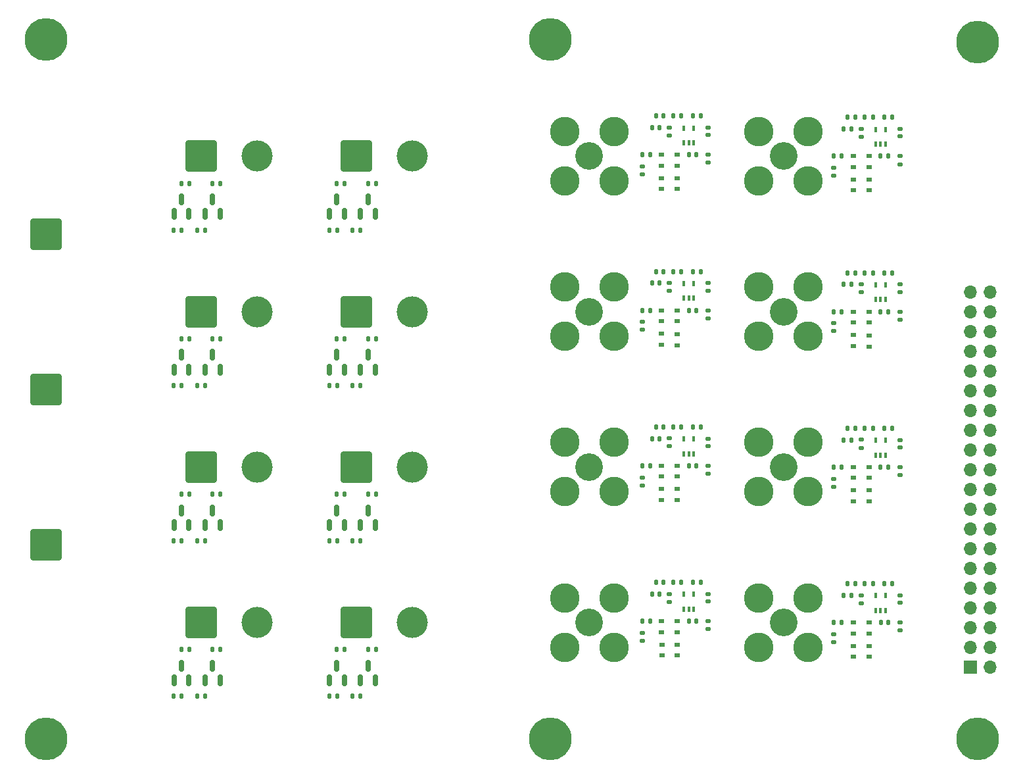
<source format=gbr>
%TF.GenerationSoftware,KiCad,Pcbnew,6.0.0-d3dd2cf0fa~116~ubuntu21.10.1*%
%TF.CreationDate,2022-01-19T11:26:26+00:00*%
%TF.ProjectId,latbox_cycloneV,6c617462-6f78-45f6-9379-636c6f6e6556,rev?*%
%TF.SameCoordinates,Original*%
%TF.FileFunction,Soldermask,Top*%
%TF.FilePolarity,Negative*%
%FSLAX46Y46*%
G04 Gerber Fmt 4.6, Leading zero omitted, Abs format (unit mm)*
G04 Created by KiCad (PCBNEW 6.0.0-d3dd2cf0fa~116~ubuntu21.10.1) date 2022-01-19 11:26:26*
%MOMM*%
%LPD*%
G01*
G04 APERTURE LIST*
G04 Aperture macros list*
%AMRoundRect*
0 Rectangle with rounded corners*
0 $1 Rounding radius*
0 $2 $3 $4 $5 $6 $7 $8 $9 X,Y pos of 4 corners*
0 Add a 4 corners polygon primitive as box body*
4,1,4,$2,$3,$4,$5,$6,$7,$8,$9,$2,$3,0*
0 Add four circle primitives for the rounded corners*
1,1,$1+$1,$2,$3*
1,1,$1+$1,$4,$5*
1,1,$1+$1,$6,$7*
1,1,$1+$1,$8,$9*
0 Add four rect primitives between the rounded corners*
20,1,$1+$1,$2,$3,$4,$5,0*
20,1,$1+$1,$4,$5,$6,$7,0*
20,1,$1+$1,$6,$7,$8,$9,0*
20,1,$1+$1,$8,$9,$2,$3,0*%
G04 Aperture macros list end*
%ADD10C,5.500000*%
%ADD11R,0.700000X0.600000*%
%ADD12RoundRect,0.135000X-0.135000X-0.185000X0.135000X-0.185000X0.135000X0.185000X-0.135000X0.185000X0*%
%ADD13RoundRect,0.250000X-1.750000X-1.750000X1.750000X-1.750000X1.750000X1.750000X-1.750000X1.750000X0*%
%ADD14C,4.000000*%
%ADD15R,0.400000X0.650000*%
%ADD16RoundRect,0.135000X0.135000X0.185000X-0.135000X0.185000X-0.135000X-0.185000X0.135000X-0.185000X0*%
%ADD17RoundRect,0.140000X-0.140000X-0.170000X0.140000X-0.170000X0.140000X0.170000X-0.140000X0.170000X0*%
%ADD18RoundRect,0.135000X0.185000X-0.135000X0.185000X0.135000X-0.185000X0.135000X-0.185000X-0.135000X0*%
%ADD19RoundRect,0.150000X0.150000X-0.587500X0.150000X0.587500X-0.150000X0.587500X-0.150000X-0.587500X0*%
%ADD20RoundRect,0.135000X-0.185000X0.135000X-0.185000X-0.135000X0.185000X-0.135000X0.185000X0.135000X0*%
%ADD21RoundRect,0.140000X0.170000X-0.140000X0.170000X0.140000X-0.170000X0.140000X-0.170000X-0.140000X0*%
%ADD22C,3.556000*%
%ADD23C,3.810000*%
%ADD24R,1.700000X1.700000*%
%ADD25O,1.700000X1.700000*%
G04 APERTURE END LIST*
D10*
%TO.C,H101*%
X55000000Y-55000000D03*
%TD*%
D11*
%TO.C,D301*%
X136335000Y-71225000D03*
X136335000Y-69825000D03*
%TD*%
D12*
%TO.C,R409*%
X74480000Y-79500000D03*
X75500000Y-79500000D03*
%TD*%
D13*
%TO.C,J406*%
X95000000Y-110000000D03*
D14*
X102200000Y-110000000D03*
%TD*%
D15*
%TO.C,U303*%
X137175000Y-108275000D03*
X137825000Y-108275000D03*
X138475000Y-108275000D03*
X138475000Y-106375000D03*
X137175000Y-106375000D03*
%TD*%
D16*
%TO.C,R417*%
X72520000Y-119500000D03*
X71500000Y-119500000D03*
%TD*%
D13*
%TO.C,J402*%
X95000000Y-70000000D03*
D14*
X102200000Y-70000000D03*
%TD*%
D17*
%TO.C,C203*%
X157770000Y-106500000D03*
X158730000Y-106500000D03*
%TD*%
D11*
%TO.C,D303*%
X136325000Y-91225000D03*
X136325000Y-89825000D03*
%TD*%
D16*
%TO.C,R432*%
X97510000Y-133500000D03*
X96490000Y-133500000D03*
%TD*%
D11*
%TO.C,D202*%
X161000000Y-74400000D03*
X161000000Y-73000000D03*
%TD*%
D15*
%TO.C,U304*%
X137175000Y-128275000D03*
X137825000Y-128275000D03*
X138475000Y-128275000D03*
X138475000Y-126375000D03*
X137175000Y-126375000D03*
%TD*%
D18*
%TO.C,R314*%
X140325000Y-110845000D03*
X140325000Y-109825000D03*
%TD*%
%TO.C,R213*%
X160000000Y-107510000D03*
X160000000Y-106490000D03*
%TD*%
D16*
%TO.C,R222*%
X164020000Y-105000000D03*
X163000000Y-105000000D03*
%TD*%
D19*
%TO.C,Q401*%
X71550000Y-77437500D03*
X73450000Y-77437500D03*
X72500000Y-75562500D03*
%TD*%
%TO.C,Q402*%
X91550000Y-77437500D03*
X93450000Y-77437500D03*
X92500000Y-75562500D03*
%TD*%
D17*
%TO.C,C206*%
X158270000Y-85000000D03*
X159230000Y-85000000D03*
%TD*%
D13*
%TO.C,J407*%
X75000000Y-130000000D03*
D14*
X82200000Y-130000000D03*
%TD*%
D13*
%TO.C,J408*%
X95000000Y-130000000D03*
D14*
X102200000Y-130000000D03*
%TD*%
D12*
%TO.C,R413*%
X74480000Y-99500000D03*
X75500000Y-99500000D03*
%TD*%
D17*
%TO.C,C212*%
X162530000Y-130000000D03*
X163490000Y-130000000D03*
%TD*%
D19*
%TO.C,Q411*%
X71550000Y-137437500D03*
X73450000Y-137437500D03*
X72500000Y-135562500D03*
%TD*%
D18*
%TO.C,R211*%
X160000000Y-87510000D03*
X160000000Y-86490000D03*
%TD*%
D12*
%TO.C,R308*%
X131815000Y-129825000D03*
X132835000Y-129825000D03*
%TD*%
D16*
%TO.C,R406*%
X73510000Y-93500000D03*
X72490000Y-93500000D03*
%TD*%
%TO.C,R410*%
X77510000Y-73500000D03*
X76490000Y-73500000D03*
%TD*%
D17*
%TO.C,C309*%
X137825000Y-69825000D03*
X138785000Y-69825000D03*
%TD*%
D16*
%TO.C,R408*%
X93510000Y-93500000D03*
X92490000Y-93500000D03*
%TD*%
%TO.C,R320*%
X139345000Y-84825000D03*
X138325000Y-84825000D03*
%TD*%
D12*
%TO.C,R411*%
X94480000Y-79500000D03*
X95500000Y-79500000D03*
%TD*%
%TO.C,R307*%
X131825000Y-109825000D03*
X132845000Y-109825000D03*
%TD*%
D11*
%TO.C,D213*%
X159000000Y-110000000D03*
X159000000Y-111400000D03*
%TD*%
D12*
%TO.C,R206*%
X156490000Y-90000000D03*
X157510000Y-90000000D03*
%TD*%
D18*
%TO.C,R310*%
X140325000Y-70845000D03*
X140325000Y-69825000D03*
%TD*%
D11*
%TO.C,D304*%
X136325000Y-94325000D03*
X136325000Y-92925000D03*
%TD*%
D19*
%TO.C,Q412*%
X91550000Y-137437500D03*
X93450000Y-137437500D03*
X92500000Y-135562500D03*
%TD*%
D13*
%TO.C,J411*%
X55000000Y-80000000D03*
%TD*%
D11*
%TO.C,D313*%
X134325000Y-109825000D03*
X134325000Y-111225000D03*
%TD*%
D16*
%TO.C,R405*%
X72520000Y-99500000D03*
X71500000Y-99500000D03*
%TD*%
%TO.C,R322*%
X139345000Y-104825000D03*
X138325000Y-104825000D03*
%TD*%
D12*
%TO.C,R425*%
X74480000Y-119500000D03*
X75500000Y-119500000D03*
%TD*%
%TO.C,R207*%
X156500000Y-110000000D03*
X157520000Y-110000000D03*
%TD*%
D20*
%TO.C,R301*%
X131825000Y-71325000D03*
X131825000Y-72345000D03*
%TD*%
D11*
%TO.C,D212*%
X159000000Y-93000000D03*
X159000000Y-94400000D03*
%TD*%
%TO.C,D315*%
X134325000Y-129825000D03*
X134325000Y-131225000D03*
%TD*%
D16*
%TO.C,R317*%
X136835000Y-64825000D03*
X135815000Y-64825000D03*
%TD*%
D20*
%TO.C,R204*%
X156500000Y-131490000D03*
X156500000Y-132510000D03*
%TD*%
D21*
%TO.C,C214*%
X165000000Y-87460000D03*
X165000000Y-86500000D03*
%TD*%
D16*
%TO.C,R321*%
X136835000Y-104825000D03*
X135815000Y-104825000D03*
%TD*%
D17*
%TO.C,C302*%
X133095000Y-86325000D03*
X134055000Y-86325000D03*
%TD*%
D22*
%TO.C,J304*%
X125000000Y-130000000D03*
D23*
X121825000Y-133175000D03*
X121825000Y-126825000D03*
X128175000Y-133175000D03*
X128175000Y-126825000D03*
%TD*%
D11*
%TO.C,D204*%
X161000000Y-94500000D03*
X161000000Y-93100000D03*
%TD*%
D22*
%TO.C,J204*%
X150000000Y-130000000D03*
D23*
X153175000Y-126825000D03*
X153175000Y-133175000D03*
X146825000Y-126825000D03*
X146825000Y-133175000D03*
%TD*%
D17*
%TO.C,C306*%
X133595000Y-84825000D03*
X134555000Y-84825000D03*
%TD*%
D13*
%TO.C,J401*%
X75000000Y-70000000D03*
D14*
X82200000Y-70000000D03*
%TD*%
D11*
%TO.C,D308*%
X136335000Y-134225000D03*
X136335000Y-132825000D03*
%TD*%
D18*
%TO.C,R316*%
X140325000Y-130845000D03*
X140325000Y-129825000D03*
%TD*%
D16*
%TO.C,R430*%
X77510000Y-133500000D03*
X76490000Y-133500000D03*
%TD*%
%TO.C,R403*%
X92520000Y-79500000D03*
X91500000Y-79500000D03*
%TD*%
%TO.C,R414*%
X77510000Y-93500000D03*
X76490000Y-93500000D03*
%TD*%
D11*
%TO.C,D311*%
X134325000Y-89825000D03*
X134325000Y-91225000D03*
%TD*%
D16*
%TO.C,R319*%
X136835000Y-84825000D03*
X135815000Y-84825000D03*
%TD*%
D20*
%TO.C,R202*%
X156500000Y-91500000D03*
X156500000Y-92520000D03*
%TD*%
D21*
%TO.C,C313*%
X140325000Y-67285000D03*
X140325000Y-66325000D03*
%TD*%
D13*
%TO.C,J405*%
X75000000Y-110000000D03*
D14*
X82200000Y-110000000D03*
%TD*%
D17*
%TO.C,C210*%
X162500000Y-90000000D03*
X163460000Y-90000000D03*
%TD*%
D16*
%TO.C,R401*%
X72520000Y-79500000D03*
X71500000Y-79500000D03*
%TD*%
%TO.C,R424*%
X93510000Y-133500000D03*
X92490000Y-133500000D03*
%TD*%
D17*
%TO.C,C208*%
X158270000Y-125000000D03*
X159230000Y-125000000D03*
%TD*%
D16*
%TO.C,R218*%
X164020000Y-65000000D03*
X163000000Y-65000000D03*
%TD*%
D10*
%TO.C,H102*%
X175000000Y-55350000D03*
%TD*%
D17*
%TO.C,C207*%
X158270000Y-105000000D03*
X159230000Y-105000000D03*
%TD*%
D12*
%TO.C,R415*%
X94480000Y-99500000D03*
X95500000Y-99500000D03*
%TD*%
D16*
%TO.C,R420*%
X93510000Y-113500000D03*
X92490000Y-113500000D03*
%TD*%
D20*
%TO.C,R201*%
X156500000Y-71500000D03*
X156500000Y-72520000D03*
%TD*%
D18*
%TO.C,R309*%
X135325000Y-67335000D03*
X135325000Y-66315000D03*
%TD*%
D16*
%TO.C,R412*%
X97510000Y-73500000D03*
X96490000Y-73500000D03*
%TD*%
D20*
%TO.C,R303*%
X131825000Y-111325000D03*
X131825000Y-112345000D03*
%TD*%
D16*
%TO.C,R419*%
X92520000Y-119500000D03*
X91500000Y-119500000D03*
%TD*%
%TO.C,R402*%
X73510000Y-73500000D03*
X72490000Y-73500000D03*
%TD*%
D18*
%TO.C,R315*%
X135325000Y-127335000D03*
X135325000Y-126315000D03*
%TD*%
D16*
%TO.C,R324*%
X139345000Y-124825000D03*
X138325000Y-124825000D03*
%TD*%
D17*
%TO.C,C307*%
X133595000Y-104825000D03*
X134555000Y-104825000D03*
%TD*%
D22*
%TO.C,J301*%
X125000000Y-70000000D03*
D23*
X121825000Y-73175000D03*
X121825000Y-66825000D03*
X128175000Y-73175000D03*
X128175000Y-66825000D03*
%TD*%
D11*
%TO.C,D201*%
X161010000Y-71400000D03*
X161010000Y-70000000D03*
%TD*%
D16*
%TO.C,R219*%
X161510000Y-85000000D03*
X160490000Y-85000000D03*
%TD*%
%TO.C,R418*%
X73510000Y-113500000D03*
X72490000Y-113500000D03*
%TD*%
D12*
%TO.C,R306*%
X131815000Y-89825000D03*
X132835000Y-89825000D03*
%TD*%
D11*
%TO.C,D309*%
X134325000Y-69825000D03*
X134325000Y-71225000D03*
%TD*%
D12*
%TO.C,R205*%
X156500000Y-70000000D03*
X157520000Y-70000000D03*
%TD*%
D17*
%TO.C,C209*%
X162500000Y-70000000D03*
X163460000Y-70000000D03*
%TD*%
D11*
%TO.C,D211*%
X159000000Y-90000000D03*
X159000000Y-91400000D03*
%TD*%
D17*
%TO.C,C311*%
X137825000Y-109825000D03*
X138785000Y-109825000D03*
%TD*%
D19*
%TO.C,Q406*%
X95550000Y-77437500D03*
X97450000Y-77437500D03*
X96500000Y-75562500D03*
%TD*%
D18*
%TO.C,R312*%
X140325000Y-90845000D03*
X140325000Y-89825000D03*
%TD*%
D17*
%TO.C,C303*%
X133095000Y-106325000D03*
X134055000Y-106325000D03*
%TD*%
D16*
%TO.C,R407*%
X92520000Y-99500000D03*
X91500000Y-99500000D03*
%TD*%
D12*
%TO.C,R427*%
X94480000Y-119500000D03*
X95500000Y-119500000D03*
%TD*%
D13*
%TO.C,J403*%
X75000000Y-90000000D03*
D14*
X82200000Y-90000000D03*
%TD*%
D16*
%TO.C,R426*%
X77510000Y-113500000D03*
X76490000Y-113500000D03*
%TD*%
D11*
%TO.C,D216*%
X159010000Y-133000000D03*
X159010000Y-134400000D03*
%TD*%
%TO.C,D310*%
X134325000Y-72825000D03*
X134325000Y-74225000D03*
%TD*%
%TO.C,D206*%
X161010000Y-114400000D03*
X161010000Y-113000000D03*
%TD*%
D15*
%TO.C,U204*%
X161850000Y-128450000D03*
X162500000Y-128450000D03*
X163150000Y-128450000D03*
X163150000Y-126550000D03*
X161850000Y-126550000D03*
%TD*%
D12*
%TO.C,R431*%
X94480000Y-139500000D03*
X95500000Y-139500000D03*
%TD*%
D18*
%TO.C,R313*%
X135325000Y-107335000D03*
X135325000Y-106315000D03*
%TD*%
D21*
%TO.C,C314*%
X140325000Y-87285000D03*
X140325000Y-86325000D03*
%TD*%
D11*
%TO.C,D307*%
X136335000Y-131225000D03*
X136335000Y-129825000D03*
%TD*%
D13*
%TO.C,J410*%
X55000000Y-100000000D03*
%TD*%
D11*
%TO.C,D316*%
X134335000Y-132825000D03*
X134335000Y-134225000D03*
%TD*%
D20*
%TO.C,R304*%
X131825000Y-131315000D03*
X131825000Y-132335000D03*
%TD*%
D18*
%TO.C,R209*%
X160000000Y-67510000D03*
X160000000Y-66490000D03*
%TD*%
D17*
%TO.C,C301*%
X133095000Y-66325000D03*
X134055000Y-66325000D03*
%TD*%
D11*
%TO.C,D314*%
X134325000Y-112825000D03*
X134325000Y-114225000D03*
%TD*%
D16*
%TO.C,R421*%
X72520000Y-139500000D03*
X71500000Y-139500000D03*
%TD*%
D21*
%TO.C,C216*%
X165000000Y-127480000D03*
X165000000Y-126520000D03*
%TD*%
D16*
%TO.C,R221*%
X161510000Y-105000000D03*
X160490000Y-105000000D03*
%TD*%
D19*
%TO.C,Q404*%
X91550000Y-97437500D03*
X93450000Y-97437500D03*
X92500000Y-95562500D03*
%TD*%
D21*
%TO.C,C215*%
X165000000Y-107460000D03*
X165000000Y-106500000D03*
%TD*%
D22*
%TO.C,J202*%
X150000000Y-90000000D03*
D23*
X146825000Y-93175000D03*
X153175000Y-93175000D03*
X153175000Y-86825000D03*
X146825000Y-86825000D03*
%TD*%
D16*
%TO.C,R323*%
X136835000Y-124825000D03*
X135815000Y-124825000D03*
%TD*%
D19*
%TO.C,Q407*%
X75550000Y-97437500D03*
X77450000Y-97437500D03*
X76500000Y-95562500D03*
%TD*%
D24*
%TO.C,J101*%
X174110000Y-135750000D03*
D25*
X176650000Y-135750000D03*
X174110000Y-133210000D03*
X176650000Y-133210000D03*
X174110000Y-130670000D03*
X176650000Y-130670000D03*
X174110000Y-128130000D03*
X176650000Y-128130000D03*
X174110000Y-125590000D03*
X176650000Y-125590000D03*
X174110000Y-123050000D03*
X176650000Y-123050000D03*
X174110000Y-120510000D03*
X176650000Y-120510000D03*
X174110000Y-117970000D03*
X176650000Y-117970000D03*
X174110000Y-115430000D03*
X176650000Y-115430000D03*
X174110000Y-112890000D03*
X176650000Y-112890000D03*
X174110000Y-110350000D03*
X176650000Y-110350000D03*
X174110000Y-107810000D03*
X176650000Y-107810000D03*
X174110000Y-105270000D03*
X176650000Y-105270000D03*
X174110000Y-102730000D03*
X176650000Y-102730000D03*
X174110000Y-100190000D03*
X176650000Y-100190000D03*
X174110000Y-97650000D03*
X176650000Y-97650000D03*
X174110000Y-95110000D03*
X176650000Y-95110000D03*
X174110000Y-92570000D03*
X176650000Y-92570000D03*
X174110000Y-90030000D03*
X176650000Y-90030000D03*
X174110000Y-87490000D03*
X176650000Y-87490000D03*
%TD*%
D19*
%TO.C,Q416*%
X95550000Y-137437500D03*
X97450000Y-137437500D03*
X96500000Y-135562500D03*
%TD*%
D16*
%TO.C,R416*%
X97510000Y-93500000D03*
X96490000Y-93500000D03*
%TD*%
D11*
%TO.C,D210*%
X159000000Y-73000000D03*
X159000000Y-74400000D03*
%TD*%
D17*
%TO.C,C201*%
X157770000Y-66500000D03*
X158730000Y-66500000D03*
%TD*%
D18*
%TO.C,R216*%
X165000000Y-131020000D03*
X165000000Y-130000000D03*
%TD*%
D16*
%TO.C,R223*%
X161510000Y-125000000D03*
X160490000Y-125000000D03*
%TD*%
D21*
%TO.C,C315*%
X140325000Y-107285000D03*
X140325000Y-106325000D03*
%TD*%
D20*
%TO.C,R302*%
X131825000Y-91325000D03*
X131825000Y-92345000D03*
%TD*%
D11*
%TO.C,D215*%
X159000000Y-130000000D03*
X159000000Y-131400000D03*
%TD*%
D21*
%TO.C,C316*%
X140325000Y-127305000D03*
X140325000Y-126345000D03*
%TD*%
D16*
%TO.C,R422*%
X73510000Y-133500000D03*
X72490000Y-133500000D03*
%TD*%
%TO.C,R220*%
X164020000Y-85000000D03*
X163000000Y-85000000D03*
%TD*%
D17*
%TO.C,C202*%
X157770000Y-86500000D03*
X158730000Y-86500000D03*
%TD*%
D16*
%TO.C,R428*%
X97510000Y-113500000D03*
X96490000Y-113500000D03*
%TD*%
D19*
%TO.C,Q409*%
X71550000Y-117437500D03*
X73450000Y-117437500D03*
X72500000Y-115562500D03*
%TD*%
D15*
%TO.C,U201*%
X161850000Y-68450000D03*
X162500000Y-68450000D03*
X163150000Y-68450000D03*
X163150000Y-66550000D03*
X161850000Y-66550000D03*
%TD*%
D10*
%TO.C,H105*%
X175000000Y-145000000D03*
%TD*%
D17*
%TO.C,C312*%
X137855000Y-129825000D03*
X138815000Y-129825000D03*
%TD*%
D19*
%TO.C,Q403*%
X71550000Y-97437500D03*
X73450000Y-97437500D03*
X72500000Y-95562500D03*
%TD*%
D12*
%TO.C,R208*%
X156490000Y-130000000D03*
X157510000Y-130000000D03*
%TD*%
D11*
%TO.C,D312*%
X134325000Y-92825000D03*
X134325000Y-94225000D03*
%TD*%
D10*
%TO.C,H106*%
X120000000Y-145000000D03*
%TD*%
D19*
%TO.C,Q413*%
X75550000Y-117437500D03*
X77450000Y-117437500D03*
X76500000Y-115562500D03*
%TD*%
D13*
%TO.C,J404*%
X95000000Y-90000000D03*
D14*
X102200000Y-90000000D03*
%TD*%
D11*
%TO.C,D203*%
X161000000Y-91400000D03*
X161000000Y-90000000D03*
%TD*%
D17*
%TO.C,C211*%
X162500000Y-110000000D03*
X163460000Y-110000000D03*
%TD*%
D22*
%TO.C,J302*%
X125000000Y-90000000D03*
D23*
X128175000Y-86825000D03*
X121825000Y-93175000D03*
X128175000Y-93175000D03*
X121825000Y-86825000D03*
%TD*%
D19*
%TO.C,Q415*%
X75550000Y-137437500D03*
X77450000Y-137437500D03*
X76500000Y-135562500D03*
%TD*%
D16*
%TO.C,R404*%
X93510000Y-73500000D03*
X92490000Y-73500000D03*
%TD*%
D15*
%TO.C,U202*%
X161850000Y-88450000D03*
X162500000Y-88450000D03*
X163150000Y-88450000D03*
X163150000Y-86550000D03*
X161850000Y-86550000D03*
%TD*%
D19*
%TO.C,Q408*%
X95550000Y-97437500D03*
X97450000Y-97437500D03*
X96500000Y-95562500D03*
%TD*%
D16*
%TO.C,R217*%
X161510000Y-65000000D03*
X160490000Y-65000000D03*
%TD*%
D18*
%TO.C,R311*%
X135325000Y-87335000D03*
X135325000Y-86315000D03*
%TD*%
D17*
%TO.C,C308*%
X133595000Y-124825000D03*
X134555000Y-124825000D03*
%TD*%
D15*
%TO.C,U302*%
X137175000Y-88275000D03*
X137825000Y-88275000D03*
X138475000Y-88275000D03*
X138475000Y-86375000D03*
X137175000Y-86375000D03*
%TD*%
D19*
%TO.C,Q405*%
X75550000Y-77437500D03*
X77450000Y-77437500D03*
X76500000Y-75562500D03*
%TD*%
D16*
%TO.C,R423*%
X92520000Y-139500000D03*
X91500000Y-139500000D03*
%TD*%
D11*
%TO.C,D306*%
X136335000Y-114225000D03*
X136335000Y-112825000D03*
%TD*%
D17*
%TO.C,C310*%
X137825000Y-89825000D03*
X138785000Y-89825000D03*
%TD*%
D22*
%TO.C,J303*%
X125000000Y-110000000D03*
D23*
X128175000Y-113175000D03*
X128175000Y-106825000D03*
X121825000Y-113175000D03*
X121825000Y-106825000D03*
%TD*%
D12*
%TO.C,R305*%
X131825000Y-69825000D03*
X132845000Y-69825000D03*
%TD*%
D16*
%TO.C,R318*%
X139345000Y-64825000D03*
X138325000Y-64825000D03*
%TD*%
D22*
%TO.C,J201*%
X150000000Y-70000000D03*
D23*
X153175000Y-73175000D03*
X146825000Y-73175000D03*
X146825000Y-66825000D03*
X153175000Y-66825000D03*
%TD*%
D17*
%TO.C,C304*%
X133095000Y-126325000D03*
X134055000Y-126325000D03*
%TD*%
D22*
%TO.C,J203*%
X150000000Y-110000000D03*
D23*
X146825000Y-113175000D03*
X153175000Y-113175000D03*
X153175000Y-106825000D03*
X146825000Y-106825000D03*
%TD*%
D11*
%TO.C,D302*%
X136325000Y-74225000D03*
X136325000Y-72825000D03*
%TD*%
D10*
%TO.C,H104*%
X120000000Y-55000000D03*
%TD*%
D18*
%TO.C,R212*%
X165000000Y-91020000D03*
X165000000Y-90000000D03*
%TD*%
D17*
%TO.C,C305*%
X133595000Y-64825000D03*
X134555000Y-64825000D03*
%TD*%
D15*
%TO.C,U203*%
X161850000Y-108450000D03*
X162500000Y-108450000D03*
X163150000Y-108450000D03*
X163150000Y-106550000D03*
X161850000Y-106550000D03*
%TD*%
D11*
%TO.C,D214*%
X159000000Y-113000000D03*
X159000000Y-114400000D03*
%TD*%
%TO.C,D209*%
X159000000Y-70000000D03*
X159000000Y-71400000D03*
%TD*%
D18*
%TO.C,R210*%
X165000000Y-71020000D03*
X165000000Y-70000000D03*
%TD*%
D15*
%TO.C,U301*%
X137175000Y-68275000D03*
X137825000Y-68275000D03*
X138475000Y-68275000D03*
X138475000Y-66375000D03*
X137175000Y-66375000D03*
%TD*%
D17*
%TO.C,C204*%
X157770000Y-126500000D03*
X158730000Y-126500000D03*
%TD*%
%TO.C,C205*%
X158270000Y-65000000D03*
X159230000Y-65000000D03*
%TD*%
D19*
%TO.C,Q414*%
X95550000Y-117437500D03*
X97450000Y-117437500D03*
X96500000Y-115562500D03*
%TD*%
D21*
%TO.C,C213*%
X165000000Y-67460000D03*
X165000000Y-66500000D03*
%TD*%
D11*
%TO.C,D305*%
X136335000Y-111225000D03*
X136335000Y-109825000D03*
%TD*%
D20*
%TO.C,R203*%
X156500000Y-111500000D03*
X156500000Y-112520000D03*
%TD*%
D11*
%TO.C,D207*%
X161010000Y-131400000D03*
X161010000Y-130000000D03*
%TD*%
D16*
%TO.C,R224*%
X164020000Y-125000000D03*
X163000000Y-125000000D03*
%TD*%
D13*
%TO.C,J409*%
X55000000Y-120000000D03*
%TD*%
D18*
%TO.C,R215*%
X160000000Y-127510000D03*
X160000000Y-126490000D03*
%TD*%
D11*
%TO.C,D205*%
X161010000Y-111400000D03*
X161010000Y-110000000D03*
%TD*%
%TO.C,D208*%
X161010000Y-134400000D03*
X161010000Y-133000000D03*
%TD*%
D10*
%TO.C,H103*%
X55000000Y-145000000D03*
%TD*%
D12*
%TO.C,R429*%
X74480000Y-139500000D03*
X75500000Y-139500000D03*
%TD*%
D19*
%TO.C,Q410*%
X91550000Y-117437500D03*
X93450000Y-117437500D03*
X92500000Y-115562500D03*
%TD*%
D18*
%TO.C,R214*%
X165000000Y-111020000D03*
X165000000Y-110000000D03*
%TD*%
M02*

</source>
